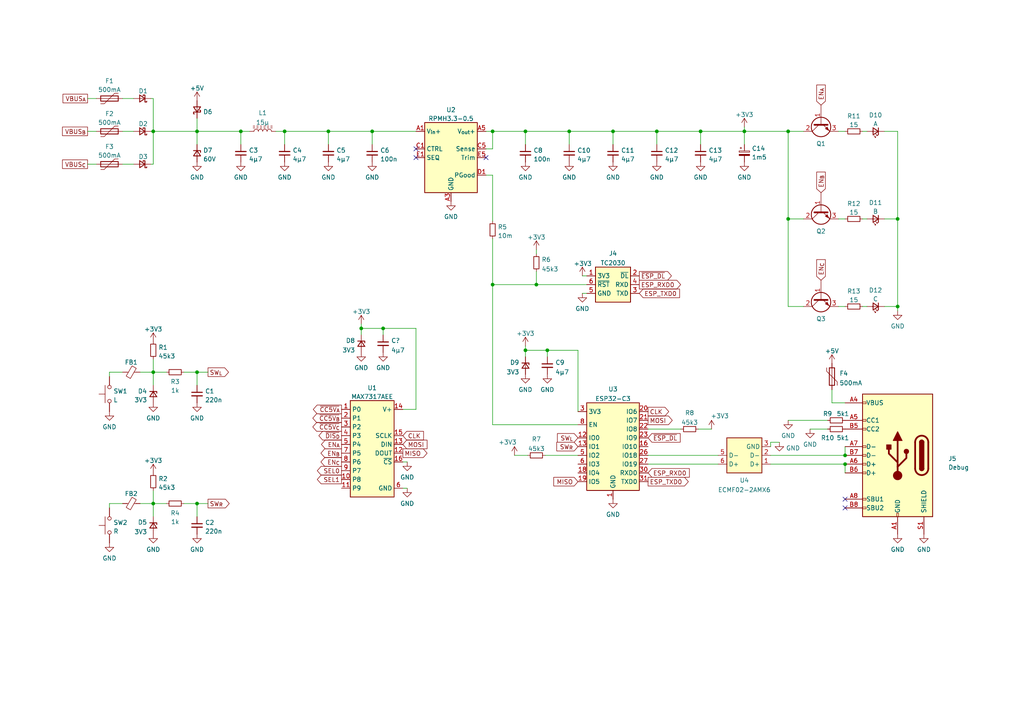
<source format=kicad_sch>
(kicad_sch (version 20211123) (generator eeschema)
  (paper "A4")
  (lib_symbols
    (symbol "Connector:USB_C_Receptacle_USB2.0" (pin_names (offset 1.016))
      (property "Reference" "J8" (at -10.922 0.9085 0))
      (property "Value" "USB-C" (at -10.922 -1.8666 0))
      (symbol "USB_C_Receptacle_USB2.0_0_0"
        (text "" (at -13.97 -20.32 0) (effects (font (size 1.27 1.27))))
      )
      (symbol "USB_C_Receptacle_USB2.0_1_1"
        (pin passive line (at 0 -22.86 90) (length 5.08) (name "GND") (number "A1"))
        (pin passive line (at 0 -22.86 90) (length 5.08) hide (name "GND") (number "A12"))
        (pin passive line (at 15.24 15.24 180) (length 5.08) (name "VBUS") (number "A4"))
        (pin bidirectional line (at 15.24 10.16 180) (length 5.08) (name "CC1") (number "A5"))
        (pin bidirectional line (at 15.24 -2.54 180) (length 5.08) (name "D+") (number "A6"))
        (pin bidirectional line (at 15.24 2.54 180) (length 5.08) (name "D-") (number "A7"))
        (pin bidirectional line (at 15.24 -12.7 180) (length 5.08) (name "SBU1") (number "A8"))
        (pin passive line (at 15.24 15.24 180) (length 5.08) hide (name "VBUS") (number "A9"))
        (pin passive line (at 0 -22.86 90) (length 5.08) hide (name "GND") (number "B1"))
        (pin passive line (at 0 -22.86 90) (length 5.08) hide (name "GND") (number "B12"))
        (pin passive line (at 15.24 15.24 180) (length 5.08) hide (name "VBUS") (number "B4"))
        (pin bidirectional line (at 15.24 7.62 180) (length 5.08) (name "CC2") (number "B5"))
        (pin bidirectional line (at 15.24 -5.08 180) (length 5.08) (name "D+") (number "B6"))
        (pin bidirectional line (at 15.24 0 180) (length 5.08) (name "D-") (number "B7"))
        (pin bidirectional line (at 15.24 -15.24 180) (length 5.08) (name "SBU2") (number "B8"))
        (pin passive line (at 15.24 15.24 180) (length 5.08) hide (name "VBUS") (number "B9"))
        (pin passive line (at -7.62 -22.86 90) (length 5.08) (name "SHIELD") (number "S1"))
        (pin passive line (at -7.62 -22.86 90) (length 5.08) hide (name "SHIELD") (number "S2"))
        (pin passive line (at -7.62 -22.86 90) (length 5.08) hide (name "SHIELD") (number "S3"))
        (pin passive line (at -7.62 -22.86 90) (length 5.08) hide (name "SHIELD") (number "S4"))
      )
    )
    (symbol "Device:C_Polarized_Small" (pin_numbers hide) (pin_names (offset 0.254) hide)
      (property "Reference" "C" (at 0.254 1.778 0))
      (property "Value" "C_Polarized_Small" (at 0.254 -2.032 0))
      (symbol "C_Polarized_Small_1_1"
        (pin passive line (at 0 2.54 270) (length 1.8542) (name "~") (number "1"))
        (pin passive line (at 0 -2.54 90) (length 1.8542) (name "~") (number "2"))
      )
    )
    (symbol "Device:C_Small" (pin_numbers hide) (pin_names (offset 0.254) hide)
      (property "Reference" "C" (at 0.254 1.778 0))
      (property "Value" "C_Small" (at 0.254 -2.032 0))
      (symbol "C_Small_1_1"
        (pin passive line (at 0 2.54 270) (length 2.032) (name "~") (number "1"))
        (pin passive line (at 0 -2.54 90) (length 2.032) (name "~") (number "2"))
      )
    )
    (symbol "Device:D_Schottky_Small" (pin_numbers hide) (pin_names (offset 0.254) hide)
      (property "Reference" "D" (at -1.27 2.032 0))
      (property "Value" "D_Schottky_Small" (at -7.112 -2.032 0))
      (symbol "D_Schottky_Small_1_1"
        (pin passive line (at -2.54 0 0) (length 1.778) (name "K") (number "1"))
        (pin passive line (at 2.54 0 180) (length 1.778) (name "A") (number "2"))
      )
    )
    (symbol "Device:D_Zener_Small" (pin_numbers hide) (pin_names (offset 0.254) hide)
      (property "Reference" "D" (at 0 2.286 0))
      (property "Value" "D_Zener_Small" (at 0 -2.286 0))
      (symbol "D_Zener_Small_1_1"
        (pin passive line (at -2.54 0 0) (length 1.778) (name "K") (number "1"))
        (pin passive line (at 2.54 0 180) (length 1.778) (name "A") (number "2"))
      )
    )
    (symbol "Device:FerriteBead_Small" (pin_numbers hide) (pin_names (offset 0))
      (property "Reference" "FB" (at 1.905 1.27 0))
      (property "Value" "FerriteBead_Small" (at 1.905 -1.27 0))
      (symbol "FerriteBead_Small_1_1"
        (pin passive line (at 0 2.54 270) (length 1.27) (name "~") (number "1"))
        (pin passive line (at 0 -2.54 90) (length 1.27) (name "~") (number "2"))
      )
    )
    (symbol "Device:LED_Small" (pin_numbers hide) (pin_names (offset 0.254) hide)
      (property "Reference" "D" (at -1.27 3.175 0))
      (property "Value" "LED_Small" (at -4.445 -2.54 0))
      (symbol "LED_Small_1_1"
        (pin passive line (at -2.54 0 0) (length 1.778) (name "K") (number "1"))
        (pin passive line (at 2.54 0 180) (length 1.778) (name "A") (number "2"))
      )
    )
    (symbol "Device:L_Ferrite" (pin_numbers hide) (pin_names (offset 1.016) hide)
      (property "Reference" "L" (at -1.27 0 90))
      (property "Value" "L_Ferrite" (at 2.794 0 90))
      (symbol "L_Ferrite_1_1"
        (pin passive line (at 0 3.81 270) (length 1.27) (name "1") (number "1"))
        (pin passive line (at 0 -3.81 90) (length 1.27) (name "2") (number "2"))
      )
    )
    (symbol "Device:Polyfuse" (pin_numbers hide) (pin_names (offset 0))
      (property "Reference" "F" (at -2.54 0 90))
      (property "Value" "Polyfuse" (at 2.54 0 90))
      (symbol "Polyfuse_1_1"
        (pin passive line (at 0 3.81 270) (length 1.27) (name "~") (number "1"))
        (pin passive line (at 0 -3.81 90) (length 1.27) (name "~") (number "2"))
      )
    )
    (symbol "Device:Q_NPN_BCE" (pin_names (offset 0) hide)
      (property "Reference" "Q" (at 5.08 1.27 0))
      (property "Value" "Q_NPN_BCE" (at 5.08 -1.27 0))
      (symbol "Q_NPN_BCE_1_1"
        (pin input line (at -5.08 0 0) (length 5.715) (name "B") (number "1"))
        (pin passive line (at 2.54 5.08 270) (length 2.54) (name "C") (number "2"))
        (pin passive line (at 2.54 -5.08 90) (length 2.54) (name "E") (number "3"))
      )
    )
    (symbol "Device:R_Small" (pin_numbers hide) (pin_names (offset 0.254) hide)
      (property "Reference" "R" (at 0.762 0.508 0))
      (property "Value" "R_Small" (at 0.762 -1.016 0))
      (symbol "R_Small_1_1"
        (pin passive line (at 0 2.54 270) (length 0.762) (name "~") (number "1"))
        (pin passive line (at 0 -2.54 90) (length 0.762) (name "~") (number "2"))
      )
    )
    (symbol "Switch:SW_Push" (pin_numbers hide) (pin_names (offset 1.016) hide)
      (property "Reference" "SW" (at 1.27 2.54 0))
      (property "Value" "SW_Push" (at 0 -1.524 0))
      (symbol "SW_Push_0_1"
        (pin passive line (at -5.08 0 0) (length 2.54) (name "1") (number "1"))
        (pin passive line (at 5.08 0 180) (length 2.54) (name "2") (number "2"))
      )
    )
    (symbol "phq_Connector:TC2030-ESP" (in_bom no)
      (property "Reference" "J" (at 0 6.35 0))
      (property "Value" "TC2030-ESP" (at 0 -6.35 0))
      (symbol "TC2030-ESP_1_1"
        (pin power_out line (at -7.62 2.54 0) (length 2.54) (name "3V3") (number "1"))
        (pin output line (at 7.62 2.54 180) (length 2.54) (name "~{DL}") (number "2"))
        (pin input line (at 7.62 -2.54 180) (length 2.54) (name "TXD") (number "3"))
        (pin output line (at 7.62 0 180) (length 2.54) (name "RXD") (number "4"))
        (pin power_out line (at -7.62 -2.54 0) (length 2.54) (name "GND") (number "5"))
        (pin output line (at -7.62 0 0) (length 2.54) (name "~{RST}") (number "6"))
      )
    )
    (symbol "phq_IC:ECMF02-2AMX6"
      (property "Reference" "U" (at 0 6.35 0))
      (property "Value" "ECMF02-2AMX6" (at 0 -6.35 0))
      (symbol "ECMF02-2AMX6_1_1"
        (pin passive line (at -7.62 2.54 0) (length 2.54) (name "D+") (number "1"))
        (pin passive line (at -7.62 0 0) (length 2.54) (name "D-") (number "2"))
        (pin passive line (at -7.62 -2.54 0) (length 2.54) (name "GND") (number "3"))
        (pin passive line (at -7.62 -2.54 0) (length 2.54) hide (name "NC") (number "4"))
        (pin passive line (at 7.62 0 180) (length 2.54) (name "D-") (number "5"))
        (pin passive line (at 7.62 2.54 180) (length 2.54) (name "D+") (number "6"))
      )
    )
    (symbol "phq_IC:MAX7317AEE"
      (property "Reference" "U" (at 0 15.24 0))
      (property "Value" "MAX7317AEE" (at 0 -15.24 0))
      (symbol "MAX7317AEE_1_1"
        (pin bidirectional line (at 8.89 11.43 180) (length 2.54) (name "P0") (number "1"))
        (pin bidirectional line (at 8.89 -8.89 180) (length 2.54) (name "P8") (number "10"))
        (pin bidirectional line (at 8.89 -11.43 180) (length 2.54) (name "P9") (number "11"))
        (pin output line (at -8.89 -1.27 0) (length 2.54) (name "DOUT") (number "12"))
        (pin input line (at -8.89 1.27 0) (length 2.54) (name "DIN") (number "13"))
        (pin power_in line (at -8.89 11.43 0) (length 2.54) (name "V+") (number "14"))
        (pin input line (at -8.89 3.81 0) (length 2.54) (name "SCLK") (number "15"))
        (pin input line (at -8.89 -3.81 0) (length 2.54) (name "~{CS}") (number "16"))
        (pin power_in line (at -8.89 -11.43 0) (length 2.54) hide (name "EP") (number "17"))
        (pin bidirectional line (at 8.89 8.89 180) (length 2.54) (name "P1") (number "2"))
        (pin bidirectional line (at 8.89 6.35 180) (length 2.54) (name "P2") (number "3"))
        (pin bidirectional line (at 8.89 3.81 180) (length 2.54) (name "P3") (number "4"))
        (pin bidirectional line (at 8.89 1.27 180) (length 2.54) (name "P4") (number "5"))
        (pin power_in line (at -8.89 -11.43 0) (length 2.54) (name "GND") (number "6"))
        (pin bidirectional line (at 8.89 -1.27 180) (length 2.54) (name "P5") (number "7"))
        (pin bidirectional line (at 8.89 -3.81 180) (length 2.54) (name "P6") (number "8"))
        (pin bidirectional line (at 8.89 -6.35 180) (length 2.54) (name "P7") (number "9"))
      )
    )
    (symbol "phq_Module:ESP32-C3-MINI-1U"
      (property "Reference" "U" (at 0 15.3965 0))
      (property "Value" "ESP32-C3-MINI-1U" (at 0 12.6214 0))
      (symbol "ESP32-C3-MINI-1U_0_0"
        (pin power_in line (at 0 -16.51 90) (length 2.54) hide (name "GND") (number "49_9"))
      )
      (symbol "ESP32-C3-MINI-1U_1_1"
        (pin power_in line (at 0 -16.51 90) (length 2.54) (name "GND") (number "1"))
        (pin no_connect line (at -0.635 0.635 270) (length 2.54) hide (name "NC") (number "10"))
        (pin power_in line (at 0 -16.51 90) (length 2.54) hide (name "GND") (number "11"))
        (pin bidirectional line (at -10.16 1.27 0) (length 2.54) (name "IO0") (number "12"))
        (pin bidirectional line (at -10.16 -1.27 0) (length 2.54) (name "IO1") (number "13"))
        (pin power_in line (at 0 -16.51 90) (length 2.54) hide (name "GND") (number "14"))
        (pin no_connect line (at -0.635 0.635 270) (length 2.54) hide (name "NC") (number "15"))
        (pin bidirectional line (at 10.16 -1.27 180) (length 2.54) (name "IO10") (number "16"))
        (pin no_connect line (at -0.635 0.635 270) (length 2.54) hide (name "NC") (number "17"))
        (pin bidirectional line (at -10.16 -8.89 0) (length 2.54) (name "IO4") (number "18"))
        (pin bidirectional line (at -10.16 -11.43 0) (length 2.54) (name "IO5") (number "19"))
        (pin power_in line (at 0 -16.51 90) (length 2.54) hide (name "GND") (number "2"))
        (pin bidirectional line (at 10.16 8.89 180) (length 2.54) (name "IO6") (number "20"))
        (pin bidirectional line (at 10.16 6.35 180) (length 2.54) (name "IO7") (number "21"))
        (pin bidirectional line (at 10.16 3.81 180) (length 2.54) (name "IO8") (number "22"))
        (pin bidirectional line (at 10.16 1.27 180) (length 2.54) (name "IO9") (number "23"))
        (pin no_connect line (at -0.635 0.635 270) (length 2.54) hide (name "NC") (number "24"))
        (pin no_connect line (at -0.635 0.635 270) (length 2.54) hide (name "NC") (number "25"))
        (pin bidirectional line (at 10.16 -3.81 180) (length 2.54) (name "IO18") (number "26"))
        (pin bidirectional line (at 10.16 -6.35 180) (length 2.54) (name "IO19") (number "27"))
        (pin no_connect line (at -0.635 0.635 270) (length 2.54) hide (name "NC") (number "28"))
        (pin no_connect line (at -0.635 0.635 270) (length 2.54) hide (name "NC") (number "29"))
        (pin power_in line (at -10.16 8.89 0) (length 2.54) (name "3V3") (number "3"))
        (pin bidirectional line (at 10.16 -8.89 180) (length 2.54) (name "RXD0") (number "30"))
        (pin bidirectional line (at 10.16 -11.43 180) (length 2.54) (name "TXD0") (number "31"))
        (pin no_connect line (at -0.635 0.635 270) (length 2.54) hide (name "NC") (number "32"))
        (pin no_connect line (at -0.635 0.635 270) (length 2.54) hide (name "NC") (number "33"))
        (pin no_connect line (at -0.635 0.635 270) (length 2.54) hide (name "NC") (number "34"))
        (pin no_connect line (at -0.635 0.635 270) (length 2.54) hide (name "NC") (number "35"))
        (pin power_in line (at 0 -16.51 90) (length 2.54) hide (name "GND") (number "36"))
        (pin power_in line (at 0 -16.51 90) (length 2.54) hide (name "GND") (number "37"))
        (pin power_in line (at 0 -16.51 90) (length 2.54) hide (name "GND") (number "38"))
        (pin power_in line (at 0 -16.51 90) (length 2.54) hide (name "GND") (number "39"))
        (pin no_connect line (at -0.635 0.635 270) (length 2.54) hide (name "NC") (number "4"))
        (pin power_in line (at 0 -16.51 90) (length 2.54) hide (name "GND") (number "40"))
        (pin power_in line (at 0 -16.51 90) (length 2.54) hide (name "GND") (number "41"))
        (pin power_in line (at 0 -16.51 90) (length 2.54) hide (name "GND") (number "42"))
        (pin power_in line (at 0 -16.51 90) (length 2.54) hide (name "GND") (number "43"))
        (pin power_in line (at 0 -16.51 90) (length 2.54) hide (name "GND") (number "44"))
        (pin power_in line (at 0 -16.51 90) (length 2.54) hide (name "GND") (number "45"))
        (pin power_in line (at 0 -16.51 90) (length 2.54) hide (name "GND") (number "46"))
        (pin power_in line (at 0 -16.51 90) (length 2.54) hide (name "GND") (number "47"))
        (pin power_in line (at 0 -16.51 90) (length 2.54) hide (name "GND") (number "48"))
        (pin power_in line (at 0 -16.51 90) (length 2.54) hide (name "GND") (number "49_1"))
        (pin power_in line (at 0 -16.51 90) (length 2.54) hide (name "GND") (number "49_2"))
        (pin power_in line (at 0 -16.51 90) (length 2.54) hide (name "GND") (number "49_3"))
        (pin power_in line (at 0 -16.51 90) (length 2.54) hide (name "GND") (number "49_4"))
        (pin power_in line (at 0 -16.51 90) (length 2.54) hide (name "GND") (number "49_5"))
        (pin power_in line (at 0 -16.51 90) (length 2.54) hide (name "GND") (number "49_6"))
        (pin power_in line (at 0 -16.51 90) (length 2.54) hide (name "GND") (number "49_7"))
        (pin power_in line (at 0 -16.51 90) (length 2.54) hide (name "GND") (number "49_8"))
        (pin bidirectional line (at -10.16 -3.81 0) (length 2.54) (name "IO2") (number "5"))
        (pin power_in line (at 0 -16.51 90) (length 2.54) hide (name "GND") (number "50"))
        (pin power_in line (at 0 -16.51 90) (length 2.54) hide (name "GND") (number "51"))
        (pin power_in line (at 0 -16.51 90) (length 2.54) hide (name "GND") (number "52"))
        (pin power_in line (at 0 -16.51 90) (length 2.54) hide (name "GND") (number "53"))
        (pin bidirectional line (at -10.16 -6.35 0) (length 2.54) (name "IO3") (number "6"))
        (pin no_connect line (at -0.635 0.635 270) (length 2.54) hide (name "NC") (number "7"))
        (pin input line (at -10.16 5.08 0) (length 2.54) (name "EN") (number "8"))
        (pin no_connect line (at -0.635 0.635 270) (length 2.54) hide (name "NC") (number "9"))
      )
    )
    (symbol "phq_Module:RPMH3.3-0.5"
      (property "Reference" "U" (at -6.35 11.43 0))
      (property "Value" "RPMH3.3-0.5" (at 3.81 11.43 0))
      (symbol "RPMH3.3-0.5_1_1"
        (pin power_in line (at -10.16 7.62 0) (length 2.54) (name "V_{in}+") (number "A1"))
        (pin passive line (at -10.16 7.62 0) (length 2.54) hide (name "V_{in}+") (number "A2"))
        (pin power_in line (at 0 -12.7 90) (length 2.54) (name "GND") (number "A3"))
        (pin passive line (at 0 -12.7 90) (length 2.54) hide (name "GND") (number "A4"))
        (pin power_out line (at 10.16 7.62 180) (length 2.54) (name "V_{out}+") (number "A5"))
        (pin passive line (at 0 -12.7 90) (length 2.54) hide (name "GND") (number "B1"))
        (pin passive line (at 0 -12.7 90) (length 2.54) hide (name "GND") (number "B2"))
        (pin passive line (at 0 -12.7 90) (length 2.54) hide (name "GND") (number "B3"))
        (pin passive line (at 0 -12.7 90) (length 2.54) hide (name "GND") (number "B4"))
        (pin passive line (at 10.16 7.62 180) (length 2.54) hide (name "V_{out}+") (number "B5"))
        (pin input line (at -10.16 2.54 0) (length 2.54) (name "CTRL") (number "C1"))
        (pin passive line (at 0 -12.7 90) (length 2.54) hide (name "GND") (number "C2"))
        (pin passive line (at 0 -12.7 90) (length 2.54) hide (name "GND") (number "C3"))
        (pin passive line (at 0 -12.7 90) (length 2.54) hide (name "GND") (number "C4"))
        (pin input line (at 10.16 2.54 180) (length 2.54) (name "Sense") (number "C5"))
        (pin output line (at 10.16 -5.08 180) (length 2.54) (name "PGood") (number "D1"))
        (pin passive line (at 0 -12.7 90) (length 2.54) hide (name "GND") (number "D2"))
        (pin passive line (at 0 -12.7 90) (length 2.54) hide (name "GND") (number "D3"))
        (pin passive line (at 0 -12.7 90) (length 2.54) hide (name "GND") (number "D4"))
        (pin passive line (at 0 -12.7 90) (length 2.54) hide (name "GND") (number "D5"))
        (pin passive line (at -10.16 0 0) (length 2.54) (name "SEQ") (number "E1"))
        (pin no_connect line (at -7.62 -5.08 0) (length 2.54) hide (name "NC") (number "E2"))
        (pin passive line (at 0 -12.7 90) (length 2.54) hide (name "GND") (number "E3"))
        (pin passive line (at 0 -12.7 90) (length 2.54) hide (name "GND") (number "E4"))
        (pin input line (at 10.16 0 180) (length 2.54) (name "Trim") (number "E5"))
      )
    )
    (symbol "power:+3V3" (power) (pin_names (offset 0))
      (property "Value" "+3V3" (at 0 3.556 0))
      (symbol "+3V3_1_1"
        (pin power_in line (at 0 0 90) (length 0) hide (name "+3V3") (number "1"))
      )
    )
    (symbol "power:+5V" (power) (pin_names (offset 0))
      (property "Value" "+5V" (at 0 3.556 0))
      (symbol "+5V_1_1"
        (pin power_in line (at 0 0 90) (length 0) hide (name "+5V") (number "1"))
      )
    )
    (symbol "power:GND" (power) (pin_names (offset 0))
      (property "Value" "GND" (at 0 -3.81 0))
      (symbol "GND_1_1"
        (pin power_in line (at 0 0 270) (length 0) hide (name "GND") (number "1"))
      )
    )
  )
  (junction (at 69.85 38.1))
  (junction (at 44.45 146.05))
  (junction (at 155.575 82.55))
  (junction (at 95.25 38.1))
  (junction (at 57.15 38.1))
  (junction (at 215.9 38.1))
  (junction (at 228.6 38.1))
  (junction (at 57.15 146.05))
  (junction (at 142.875 82.55))
  (junction (at 107.95 38.1))
  (junction (at 82.55 38.1))
  (junction (at 57.15 107.95))
  (junction (at 152.4 101.6))
  (junction (at 142.875 38.1))
  (junction (at 158.75 101.6))
  (junction (at 44.45 107.95))
  (junction (at 260.35 63.5))
  (junction (at 44.45 38.1))
  (junction (at 111.125 95.25))
  (junction (at 190.5 38.1))
  (junction (at 165.1 38.1))
  (junction (at 228.6 63.5))
  (junction (at 260.35 88.9))
  (junction (at 152.4 38.1))
  (junction (at 203.2 38.1))
  (junction (at 177.8 38.1))
  (junction (at 104.775 95.25))
  (junction (at 245.11 132.08))
  (junction (at 245.11 134.62))
  (no_connect (at 140.97 45.72))
  (no_connect (at 120.65 43.18))
  (no_connect (at 120.65 45.72))
  (no_connect (at 245.11 144.78))
  (no_connect (at 245.11 147.32))
  (wire (pts (xy 107.95 38.1) (xy 120.65 38.1)))
  (wire (pts (xy 104.775 95.25) (xy 111.125 95.25)))
  (wire (pts (xy 233.045 88.9) (xy 228.6 88.9)))
  (wire (pts (xy 57.15 107.95) (xy 60.325 107.95)))
  (wire (pts (xy 140.97 38.1) (xy 142.875 38.1)))
  (wire (pts (xy 44.45 146.05) (xy 44.45 149.86)))
  (wire (pts (xy 44.45 142.24) (xy 44.45 146.05)))
  (wire (pts (xy 104.775 93.98) (xy 104.775 95.25)))
  (wire (pts (xy 25.4 47.625) (xy 27.94 47.625)))
  (wire (pts (xy 215.9 36.83) (xy 215.9 38.1)))
  (wire (pts (xy 228.6 38.1) (xy 233.045 38.1)))
  (wire (pts (xy 228.6 63.5) (xy 228.6 38.1)))
  (wire (pts (xy 256.54 63.5) (xy 260.35 63.5)))
  (wire (pts (xy 142.875 43.18) (xy 142.875 38.1)))
  (wire (pts (xy 260.35 88.9) (xy 256.54 88.9)))
  (wire (pts (xy 25.4 38.1) (xy 27.94 38.1)))
  (wire (pts (xy 120.65 118.745) (xy 116.84 118.745)))
  (wire (pts (xy 48.26 146.05) (xy 44.45 146.05)))
  (wire (pts (xy 206.375 124.46) (xy 202.565 124.46)))
  (wire (pts (xy 57.15 146.05) (xy 53.34 146.05)))
  (wire (pts (xy 190.5 38.1) (xy 203.2 38.1)))
  (wire (pts (xy 152.4 38.1) (xy 165.1 38.1)))
  (wire (pts (xy 142.875 82.55) (xy 155.575 82.55)))
  (wire (pts (xy 35.56 38.1) (xy 38.735 38.1)))
  (wire (pts (xy 111.125 95.25) (xy 120.65 95.25)))
  (wire (pts (xy 44.45 47.625) (xy 43.815 47.625)))
  (wire (pts (xy 256.54 38.1) (xy 260.35 38.1)))
  (wire (pts (xy 233.045 63.5) (xy 228.6 63.5)))
  (wire (pts (xy 158.115 132.08) (xy 167.64 132.08)))
  (wire (pts (xy 240.03 124.46) (xy 234.95 124.46)))
  (wire (pts (xy 80.01 38.1) (xy 82.55 38.1)))
  (wire (pts (xy 190.5 38.1) (xy 190.5 41.91)))
  (wire (pts (xy 152.4 101.6) (xy 152.4 103.505)))
  (wire (pts (xy 149.225 132.08) (xy 153.035 132.08)))
  (wire (pts (xy 245.11 132.08) (xy 223.52 132.08)))
  (wire (pts (xy 250.19 63.5) (xy 251.46 63.5)))
  (wire (pts (xy 142.875 50.8) (xy 142.875 64.135)))
  (wire (pts (xy 203.2 38.1) (xy 215.9 38.1)))
  (wire (pts (xy 31.75 107.95) (xy 31.75 109.22)))
  (wire (pts (xy 44.45 104.14) (xy 44.45 107.95)))
  (wire (pts (xy 43.815 28.575) (xy 44.45 28.575)))
  (wire (pts (xy 35.56 146.05) (xy 31.75 146.05)))
  (wire (pts (xy 177.8 38.1) (xy 190.5 38.1)))
  (wire (pts (xy 243.205 38.1) (xy 245.11 38.1)))
  (wire (pts (xy 245.11 116.84) (xy 241.3 116.84)))
  (wire (pts (xy 170.18 80.01) (xy 168.91 80.01)))
  (wire (pts (xy 107.95 41.91) (xy 107.95 38.1)))
  (wire (pts (xy 155.575 82.55) (xy 170.18 82.55)))
  (wire (pts (xy 155.575 73.66) (xy 155.575 72.39)))
  (wire (pts (xy 69.85 41.91) (xy 69.85 38.1)))
  (wire (pts (xy 260.35 88.9) (xy 260.35 90.17)))
  (wire (pts (xy 142.875 82.55) (xy 142.875 123.19)))
  (wire (pts (xy 250.19 38.1) (xy 251.46 38.1)))
  (wire (pts (xy 57.15 38.1) (xy 69.85 38.1)))
  (wire (pts (xy 187.96 134.62) (xy 208.28 134.62)))
  (wire (pts (xy 187.96 124.46) (xy 197.485 124.46)))
  (wire (pts (xy 260.35 63.5) (xy 260.35 88.9)))
  (wire (pts (xy 158.75 101.6) (xy 158.75 103.505)))
  (wire (pts (xy 177.8 38.1) (xy 177.8 41.91)))
  (wire (pts (xy 35.56 28.575) (xy 38.735 28.575)))
  (wire (pts (xy 48.26 107.95) (xy 44.45 107.95)))
  (wire (pts (xy 82.55 38.1) (xy 95.25 38.1)))
  (wire (pts (xy 250.19 88.9) (xy 251.46 88.9)))
  (wire (pts (xy 228.6 88.9) (xy 228.6 63.5)))
  (wire (pts (xy 57.15 41.91) (xy 57.15 38.1)))
  (wire (pts (xy 243.205 63.5) (xy 245.11 63.5)))
  (wire (pts (xy 165.1 38.1) (xy 177.8 38.1)))
  (wire (pts (xy 57.15 107.95) (xy 57.15 111.76)))
  (wire (pts (xy 142.875 123.19) (xy 167.64 123.19)))
  (wire (pts (xy 104.775 95.25) (xy 104.775 97.155)))
  (wire (pts (xy 57.15 146.05) (xy 60.325 146.05)))
  (wire (pts (xy 165.1 38.1) (xy 165.1 41.91)))
  (wire (pts (xy 167.64 101.6) (xy 158.75 101.6)))
  (wire (pts (xy 95.25 38.1) (xy 107.95 38.1)))
  (wire (pts (xy 82.55 41.91) (xy 82.55 38.1)))
  (wire (pts (xy 142.875 69.215) (xy 142.875 82.55)))
  (wire (pts (xy 44.45 38.1) (xy 44.45 47.625)))
  (wire (pts (xy 170.18 85.09) (xy 168.91 85.09)))
  (wire (pts (xy 57.15 34.29) (xy 57.15 38.1)))
  (wire (pts (xy 167.64 119.38) (xy 167.64 101.6)))
  (wire (pts (xy 40.64 107.95) (xy 44.45 107.95)))
  (wire (pts (xy 35.56 47.625) (xy 38.735 47.625)))
  (wire (pts (xy 203.2 41.91) (xy 203.2 38.1)))
  (wire (pts (xy 245.11 134.62) (xy 223.52 134.62)))
  (wire (pts (xy 69.85 38.1) (xy 72.39 38.1)))
  (wire (pts (xy 44.45 28.575) (xy 44.45 38.1)))
  (wire (pts (xy 152.4 38.1) (xy 152.4 41.91)))
  (wire (pts (xy 245.11 129.54) (xy 245.11 132.08)))
  (wire (pts (xy 240.03 121.92) (xy 228.6 121.92)))
  (wire (pts (xy 44.45 107.95) (xy 44.45 111.76)))
  (wire (pts (xy 40.64 146.05) (xy 44.45 146.05)))
  (wire (pts (xy 155.575 78.74) (xy 155.575 82.55)))
  (wire (pts (xy 95.25 41.91) (xy 95.25 38.1)))
  (wire (pts (xy 152.4 100.33) (xy 152.4 101.6)))
  (wire (pts (xy 215.9 38.1) (xy 228.6 38.1)))
  (wire (pts (xy 57.15 146.05) (xy 57.15 149.86)))
  (wire (pts (xy 243.205 88.9) (xy 245.11 88.9)))
  (wire (pts (xy 187.96 132.08) (xy 208.28 132.08)))
  (wire (pts (xy 215.9 38.1) (xy 215.9 41.91)))
  (wire (pts (xy 142.875 38.1) (xy 152.4 38.1)))
  (wire (pts (xy 57.15 107.95) (xy 53.34 107.95)))
  (wire (pts (xy 111.125 95.25) (xy 111.125 97.155)))
  (wire (pts (xy 44.45 38.1) (xy 57.15 38.1)))
  (wire (pts (xy 140.97 50.8) (xy 142.875 50.8)))
  (wire (pts (xy 245.11 134.62) (xy 245.11 137.16)))
  (wire (pts (xy 31.75 146.05) (xy 31.75 147.32)))
  (wire (pts (xy 223.52 129.54) (xy 223.52 128.27)))
  (wire (pts (xy 25.4 28.575) (xy 27.94 28.575)))
  (wire (pts (xy 140.97 43.18) (xy 142.875 43.18)))
  (wire (pts (xy 223.52 128.27) (xy 226.06 128.27)))
  (wire (pts (xy 120.65 95.25) (xy 120.65 118.745)))
  (wire (pts (xy 260.35 38.1) (xy 260.35 63.5)))
  (wire (pts (xy 152.4 101.6) (xy 158.75 101.6)))
  (wire (pts (xy 43.815 38.1) (xy 44.45 38.1)))
  (wire (pts (xy 241.3 116.84) (xy 241.3 113.03)))
  (wire (pts (xy 35.56 107.95) (xy 31.75 107.95)))
  (wire (pts (xy 116.84 141.605) (xy 118.11 141.605)))
  (wire (pts (xy 116.84 133.985) (xy 118.11 133.985)))
  (global_label "SEL0" (shape output) (at 99.06 136.525 180) (property "Intersheet References" "${INTERSHEET_REFS}" (effects hide)))
  (global_label "VBUS_{C}" (shape passive) (at 25.4 47.625 180) (property "Intersheet References" "${INTERSHEET_REFS}" (effects hide)))
  (global_label "ESP_TXD0" (shape input) (at 185.42 85.09 0) (property "Intersheet References" "${INTERSHEET_REFS}" (effects hide)))
  (global_label "~{CC5V_{C}}" (shape output) (at 99.06 123.825 180) (property "Intersheet References" "${INTERSHEET_REFS}" (effects hide)))
  (global_label "EN_{C}" (shape output) (at 99.06 133.985 180) (property "Intersheet References" "${INTERSHEET_REFS}" (effects hide)))
  (global_label "VBUS_{A}" (shape passive) (at 25.4 28.575 180) (property "Intersheet References" "${INTERSHEET_REFS}" (effects hide)))
  (global_label "SW_{L}" (shape input) (at 167.64 127 180) (property "Intersheet References" "${INTERSHEET_REFS}" (effects hide)))
  (global_label "CLK" (shape input) (at 116.84 126.365 0) (property "Intersheet References" "${INTERSHEET_REFS}" (effects hide)))
  (global_label "SW_{R}" (shape output) (at 60.325 146.05 0) (property "Intersheet References" "${INTERSHEET_REFS}" (effects hide)))
  (global_label "ESP_TXD0" (shape output) (at 187.96 139.7 0) (property "Intersheet References" "${INTERSHEET_REFS}" (effects hide)))
  (global_label "ESP_RXD0" (shape output) (at 185.42 82.55 0) (property "Intersheet References" "${INTERSHEET_REFS}" (effects hide)))
  (global_label "MOSI" (shape input) (at 116.84 128.905 0) (property "Intersheet References" "${INTERSHEET_REFS}" (effects hide)))
  (global_label "~{CC5V_{A}}" (shape output) (at 99.06 118.745 180) (property "Intersheet References" "${INTERSHEET_REFS}" (effects hide)))
  (global_label "VBUS_{B}" (shape passive) (at 25.4 38.1 180) (property "Intersheet References" "${INTERSHEET_REFS}" (effects hide)))
  (global_label "EN_{C}" (shape input) (at 238.125 81.28 90) (property "Intersheet References" "${INTERSHEET_REFS}" (effects hide)))
  (global_label "~{CC5V_{B}}" (shape output) (at 99.06 121.285 180) (property "Intersheet References" "${INTERSHEET_REFS}" (effects hide)))
  (global_label "MISO" (shape output) (at 116.84 131.445 0) (property "Intersheet References" "${INTERSHEET_REFS}" (effects hide)))
  (global_label "EN_{A}" (shape input) (at 238.125 30.48 90) (property "Intersheet References" "${INTERSHEET_REFS}" (effects hide)))
  (global_label "EN_{B}" (shape input) (at 238.125 55.88 90) (property "Intersheet References" "${INTERSHEET_REFS}" (effects hide)))
  (global_label "MOSI" (shape output) (at 187.96 121.92 0) (property "Intersheet References" "${INTERSHEET_REFS}" (effects hide)))
  (global_label "CLK" (shape output) (at 187.96 119.38 0) (property "Intersheet References" "${INTERSHEET_REFS}" (effects hide)))
  (global_label "EN_{B}" (shape output) (at 99.06 131.445 180) (property "Intersheet References" "${INTERSHEET_REFS}" (effects hide)))
  (global_label "EN_{A}" (shape output) (at 99.06 128.905 180) (property "Intersheet References" "${INTERSHEET_REFS}" (effects hide)))
  (global_label "~{ESP_DL}" (shape input) (at 187.96 127 0) (property "Intersheet References" "${INTERSHEET_REFS}" (effects hide)))
  (global_label "~{ESP_DL}" (shape output) (at 185.42 80.01 0) (property "Intersheet References" "${INTERSHEET_REFS}" (effects hide)))
  (global_label "ESP_RXD0" (shape input) (at 187.96 137.16 0) (property "Intersheet References" "${INTERSHEET_REFS}" (effects hide)))
  (global_label "MISO" (shape input) (at 167.64 139.7 180) (property "Intersheet References" "${INTERSHEET_REFS}" (effects hide)))
  (global_label "SEL1" (shape output) (at 99.06 139.065 180) (property "Intersheet References" "${INTERSHEET_REFS}" (effects hide)))
  (global_label "~{DIS_{D}}" (shape output) (at 99.06 126.365 180) (property "Intersheet References" "${INTERSHEET_REFS}" (effects hide)))
  (global_label "SW_{R}" (shape input) (at 167.64 129.54 180) (property "Intersheet References" "${INTERSHEET_REFS}" (effects hide)))
  (global_label "SW_{L}" (shape output) (at 60.325 107.95 0) (property "Intersheet References" "${INTERSHEET_REFS}" (effects hide)))
  (symbol (lib_id "power:GND") (at 107.95 46.99 0) (unit 1)
    (property "Reference" "#PWR024" (effects hide))
    (property "Value" "GND" (at 107.95 51.4334 0))
  )
  (symbol (lib_id "power:+3V3") (at 104.775 93.98 0) (unit 1)
    (property "Reference" "#PWR022" (effects hide))
    (property "Value" "+3V3" (at 104.775 90.3755 0))
  )
  (symbol (lib_id "Device:FerriteBead_Small") (at 38.1 146.05 90) (unit 1)
    (property "Reference" "FB2" (at 38.0619 143.1854 90))
    (property "Value" "FerriteBead_Small" (effects hide))
  )
  (symbol (lib_id "phq_Connector:TC2030-ESP") (at 177.8 82.55 0) (unit 1) (in_bom no)
    (property "Reference" "J4" (at 177.8 73.5035 0))
    (property "Value" "TC2030" (at 177.8 76.2786 0))
    (property "Footprint" "phq_Connector:TC2030" (effects hide))
  )
  (symbol (lib_id "Device:C_Polarized_Small") (at 215.9 44.45 0) (unit 1)
    (property "Reference" "C14" (at 218.059 43.0692 0) (effects (justify left)))
    (property "Value" "1m5" (at 218.059 45.6061 0) (effects (justify left)))
  )
  (symbol (lib_id "power:GND") (at 203.2 46.99 0) (unit 1)
    (property "Reference" "#PWR041" (effects hide))
    (property "Value" "GND" (at 203.2 51.4334 0))
  )
  (symbol (lib_id "Device:D_Schottky_Small") (at 41.275 47.625 180) (unit 1)
    (property "Reference" "D3" (at 41.529 45.4462 0))
    (property "Value" "D_Schottky_Small" (effects hide))
  )
  (symbol (lib_id "Device:R_Small") (at 247.65 38.1 90) (unit 1)
    (property "Reference" "R11" (at 247.65 33.6636 90))
    (property "Value" "15" (at 247.65 36.2005 90))
  )
  (symbol (lib_id "Device:D_Schottky_Small") (at 57.15 31.75 90) (unit 1)
    (property "Reference" "D6" (at 58.928 32.4378 90) (effects (justify right)))
    (property "Value" "D_Schottky_Small" (effects hide))
  )
  (symbol (lib_id "Device:D_Schottky_Small") (at 41.275 28.575 180) (unit 1)
    (property "Reference" "D1" (at 41.529 26.3962 0))
    (property "Value" "D_Schottky_Small" (effects hide))
  )
  (symbol (lib_id "phq_IC:MAX7317AEE") (at 107.95 130.175 0) (mirror y) (unit 1)
    (property "Reference" "U1" (at 107.95 112.5052 0))
    (property "Value" "MAX7317AEE" (at 107.95 115.0421 0))
    (property "Footprint" "Package_DFN_QFN:TQFN-16-1EP_3x3mm_P0.5mm_EP1.6x1.6mm" (effects hide))
    (property "Datasheet" "https://datasheets.maximintegrated.com/en/ds/MAX7317.pdf" (effects hide))
  )
  (symbol (lib_id "Device:R_Small") (at 242.57 124.46 270) (mirror x) (unit 1)
    (property "Reference" "R10" (at 240.03 127 90))
    (property "Value" "5k1" (at 244.475 127 90))
    (property "Footprint" "Resistor_SMD:R_0402_1005Metric" (effects hide))
  )
  (symbol (lib_id "Device:Q_NPN_BCE") (at 238.125 60.96 90) (mirror x) (unit 1)
    (property "Reference" "Q2" (at 238.125 67.0798 90))
    (property "Value" "Q_NPN_BCE" (effects hide))
  )
  (symbol (lib_id "power:GND") (at 57.15 154.94 0) (unit 1)
    (property "Reference" "#PWR018" (effects hide))
    (property "Value" "GND" (at 57.15 159.3834 0))
  )
  (symbol (lib_id "power:GND") (at 177.8 144.78 0) (unit 1)
    (property "Reference" "#PWR039" (effects hide))
    (property "Value" "GND" (at 177.8 149.2234 0))
  )
  (symbol (lib_id "power:GND") (at 190.5 46.99 0) (unit 1)
    (property "Reference" "#PWR040" (effects hide))
    (property "Value" "GND" (at 190.5 51.4334 0))
  )
  (symbol (lib_id "power:GND") (at 31.75 119.38 0) (unit 1)
    (property "Reference" "#PWR09" (effects hide))
    (property "Value" "GND" (at 31.75 123.8234 0))
  )
  (symbol (lib_id "power:GND") (at 44.45 154.94 0) (unit 1)
    (property "Reference" "#PWR014" (effects hide))
    (property "Value" "GND" (at 44.45 159.3834 0))
  )
  (symbol (lib_id "Device:R_Small") (at 247.65 88.9 90) (unit 1)
    (property "Reference" "R13" (at 247.65 84.4636 90))
    (property "Value" "15" (at 247.65 87.0005 90))
  )
  (symbol (lib_id "Device:C_Small") (at 107.95 44.45 0) (unit 1)
    (property "Reference" "C6" (at 110.2741 43.6216 0) (effects (justify left)))
    (property "Value" "100n" (at 110.2741 46.1585 0) (effects (justify left)))
    (property "Footprint" "Capacitor_SMD:C_0603_1608Metric" (effects hide))
    (property "Manufacturer" "Taiyo Yuden" (effects hide))
    (property "Part Number" " HMK107B7104KA" (effects hide))
  )
  (symbol (lib_id "power:GND") (at 152.4 46.99 0) (unit 1)
    (property "Reference" "#PWR030" (effects hide))
    (property "Value" "GND" (at 152.4 51.4334 0))
  )
  (symbol (lib_id "Device:R_Small") (at 242.57 121.92 270) (mirror x) (unit 1)
    (property "Reference" "R9" (at 240.03 120.015 90))
    (property "Value" "5k1" (at 244.475 120.015 90))
    (property "Footprint" "Resistor_SMD:R_0402_1005Metric" (effects hide))
  )
  (symbol (lib_id "power:GND") (at 215.9 46.99 0) (unit 1)
    (property "Reference" "#PWR044" (effects hide))
    (property "Value" "GND" (at 215.9 51.4334 0))
  )
  (symbol (lib_id "Device:FerriteBead_Small") (at 38.1 107.95 90) (unit 1)
    (property "Reference" "FB1" (at 38.0619 105.0854 90))
    (property "Value" "FerriteBead_Small" (effects hide))
  )
  (symbol (lib_id "Device:C_Small") (at 203.2 44.45 0) (unit 1)
    (property "Reference" "C13" (at 205.5241 43.6216 0) (effects (justify left)))
    (property "Value" "4µ7" (at 205.5241 46.1585 0) (effects (justify left)))
    (property "Footprint" "Capacitor_SMD:C_0805_2012Metric" (effects hide))
    (property "Manufacturer" "Murata" (effects hide))
    (property "Part Number" "GRM21BR71A475KE51L" (effects hide))
  )
  (symbol (lib_id "Device:R_Small") (at 44.45 139.7 180) (unit 1)
    (property "Reference" "R2" (at 45.9486 138.8653 0) (effects (justify right)))
    (property "Value" "45k3" (at 45.9486 141.4022 0) (effects (justify right)))
  )
  (symbol (lib_id "power:+3V3") (at 215.9 36.83 0) (unit 1)
    (property "Reference" "#PWR043" (effects hide))
    (property "Value" "+3V3" (at 215.9 33.2542 0))
  )
  (symbol (lib_id "power:+3V3") (at 206.375 124.46 0) (unit 1)
    (property "Reference" "#PWR042" (effects hide))
    (property "Value" "+3V3" (at 206.121 120.65 0) (effects (justify left)))
  )
  (symbol (lib_id "Device:C_Small") (at 111.125 99.695 0) (unit 1)
    (property "Reference" "C?" (at 113.4491 98.7928 0) (effects (justify left)))
    (property "Value" "4µ7" (at 113.4491 101.5679 0) (effects (justify left)))
    (property "Footprint" "Capacitor_SMD:C_0805_2012Metric" (effects hide))
    (property "Manufacturer" "Murata" (effects hide))
    (property "Part Number" "GRM21BR71A475KE51L" (effects hide))
  )
  (symbol (lib_id "Device:Q_NPN_BCE") (at 238.125 35.56 90) (mirror x) (unit 1)
    (property "Reference" "Q1" (at 238.125 41.6798 90))
    (property "Value" "Q_NPN_BCE" (effects hide))
  )
  (symbol (lib_id "power:GND") (at 82.55 46.99 0) (unit 1)
    (property "Reference" "#PWR020" (effects hide))
    (property "Value" "GND" (at 82.55 51.4334 0))
  )
  (symbol (lib_id "power:GND") (at 69.85 46.99 0) (unit 1)
    (property "Reference" "#PWR019" (effects hide))
    (property "Value" "GND" (at 69.85 51.4334 0))
  )
  (symbol (lib_id "Device:Polyfuse") (at 31.75 47.625 270) (unit 1)
    (property "Reference" "F3" (at 31.75 42.5282 90))
    (property "Value" "500 mA" (at 31.75 45.0651 90))
    (property "Footprint" "Fuse:Fuse_0603_1608Metric" (effects hide))
    (property "Manufacturer" "Bourns" (effects hide))
    (property "Part Number" " MF-FSML050/8-2" (effects hide))
  )
  (symbol (lib_id "power:GND") (at 31.75 157.48 0) (unit 1)
    (property "Reference" "#PWR010" (effects hide))
    (property "Value" "GND" (at 31.75 161.9234 0))
  )
  (symbol (lib_id "Device:LED_Small") (at 254 88.9 180) (unit 1)
    (property "Reference" "D12" (at 253.9365 84.1842 0))
    (property "Value" "C" (at 253.9365 86.7211 0))
  )
  (symbol (lib_id "power:GND") (at 158.75 108.585 0) (unit 1)
    (property "Reference" "#PWR034" (effects hide))
    (property "Value" "GND" (at 158.75 113.0284 0))
  )
  (symbol (lib_id "Device:LED_Small") (at 254 38.1 180) (unit 1)
    (property "Reference" "D10" (at 253.9365 33.3842 0))
    (property "Value" "A" (at 253.9365 35.9211 0))
  )
  (symbol (lib_id "power:+3V3") (at 152.4 100.33 0) (unit 1)
    (property "Reference" "#PWR031" (effects hide))
    (property "Value" "+3V3" (at 152.4 96.7255 0))
  )
  (symbol (lib_id "Device:C_Small") (at 57.15 114.3 0) (unit 1)
    (property "Reference" "C1" (at 59.4741 113.4716 0) (effects (justify left)))
    (property "Value" "220n" (at 59.4741 116.0085 0) (effects (justify left)))
  )
  (symbol (lib_id "Device:C_Small") (at 190.5 44.45 0) (unit 1)
    (property "Reference" "C12" (at 192.8241 43.6216 0) (effects (justify left)))
    (property "Value" "4µ7" (at 192.8241 46.1585 0) (effects (justify left)))
    (property "Footprint" "Capacitor_SMD:C_0805_2012Metric" (effects hide))
    (property "Manufacturer" "Murata" (effects hide))
    (property "Part Number" "GRM21BR71A475KE51L" (effects hide))
  )
  (symbol (lib_id "power:GND") (at 260.35 154.94 0) (unit 1)
    (property "Reference" "#PWR050" (effects hide))
    (property "Value" "GND" (at 260.35 159.3834 0))
  )
  (symbol (lib_id "Device:C_Small") (at 165.1 44.45 0) (unit 1)
    (property "Reference" "C10" (at 167.4241 43.6216 0) (effects (justify left)))
    (property "Value" "4µ7" (at 167.4241 46.1585 0) (effects (justify left)))
    (property "Footprint" "Capacitor_SMD:C_0805_2012Metric" (effects hide))
    (property "Manufacturer" "Murata" (effects hide))
    (property "Part Number" "GRM21BR71A475KE51L" (effects hide))
  )
  (symbol (lib_id "Device:D_Zener_Small") (at 44.45 114.3 270) (unit 1)
    (property "Reference" "D4" (at 42.672 113.4653 90) (effects (justify right)))
    (property "Value" "3V3" (at 42.672 116.0022 90) (effects (justify right)))
    (property "Footprint" "Diode_SMD:D_0402_1005Metric" (effects hide))
    (property "Manufacturer" "Toshiba" (effects hide))
    (property "Part Number" "DF2S5M4CT" (effects hide))
  )
  (symbol (lib_id "power:+3V3") (at 149.225 132.08 0) (unit 1)
    (property "Reference" "#PWR029" (effects hide))
    (property "Value" "+3V3" (at 149.86 128.27 0) (effects (justify right)))
  )
  (symbol (lib_id "power:GND") (at 177.8 46.99 0) (unit 1)
    (property "Reference" "#PWR038" (effects hide))
    (property "Value" "GND" (at 177.8 51.4334 0))
  )
  (symbol (lib_id "Device:D_Schottky_Small") (at 41.275 38.1 180) (unit 1)
    (property "Reference" "D2" (at 41.529 35.9212 0))
    (property "Value" "D_Schottky_Small" (effects hide))
  )
  (symbol (lib_id "Switch:SW_Push") (at 31.75 114.3 90) (unit 1)
    (property "Reference" "SW1" (at 32.893 113.4653 90) (effects (justify right)))
    (property "Value" "L" (at 32.893 116.0022 90) (effects (justify right)))
  )
  (symbol (lib_id "Device:R_Small") (at 44.45 101.6 180) (unit 1)
    (property "Reference" "R1" (at 45.9486 100.7653 0) (effects (justify right)))
    (property "Value" "45k3" (at 45.9486 103.3022 0) (effects (justify right)))
  )
  (symbol (lib_id "Device:D_Zener_Small") (at 57.15 44.45 270) (unit 1)
    (property "Reference" "D7" (at 58.928 43.6153 90) (effects (justify left)))
    (property "Value" "60 V" (at 58.928 46.1522 90) (effects (justify left)))
  )
  (symbol (lib_id "power:GND") (at 267.97 154.94 0) (unit 1)
    (property "Reference" "#PWR051" (effects hide))
    (property "Value" "GND" (at 267.97 159.3834 0))
  )
  (symbol (lib_id "phq_Module:ESP32-C3-MINI-1U") (at 177.8 128.27 0) (unit 1)
    (property "Reference" "U3" (at 177.8 112.8735 0))
    (property "Value" "ESP32-C3" (at 177.8 115.6486 0))
    (property "Footprint" "phq_Module:ESP32-C3-MINI-1U" (effects hide))
    (property "Datasheet" "https://www.espressif.com/sites/default/files/documentation/esp32-c3-mini-1_datasheet_en.pdf" (effects hide))
  )
  (symbol (lib_id "power:+3V3") (at 44.45 137.16 0) (unit 1)
    (property "Reference" "#PWR013" (effects hide))
    (property "Value" "+3V3" (at 44.45 133.5842 0))
  )
  (symbol (lib_id "power:GND") (at 165.1 46.99 0) (unit 1)
    (property "Reference" "#PWR035" (effects hide))
    (property "Value" "GND" (at 165.1 51.4334 0))
  )
  (symbol (lib_id "power:+3V3") (at 155.575 72.39 0) (unit 1)
    (property "Reference" "#PWR033" (effects hide))
    (property "Value" "+3V3" (at 155.575 68.8142 0))
  )
  (symbol (lib_id "Device:C_Small") (at 95.25 44.45 180) (unit 1)
    (property "Reference" "C5" (at 97.5741 43.6089 0) (effects (justify right)))
    (property "Value" "4µ7" (at 97.5741 46.1458 0) (effects (justify right)))
    (property "Footprint" "Capacitor_SMD:C_1206_3216Metric" (effects hide))
    (property "Manufacturer" "Murata" (effects hide))
    (property "Part Number" " GRJ31CZ72A475KE01L" (effects hide))
  )
  (symbol (lib_id "power:GND") (at 168.91 85.09 0) (unit 1)
    (property "Reference" "#PWR037" (effects hide))
    (property "Value" "GND" (at 168.91 89.5334 0))
  )
  (symbol (lib_id "power:GND") (at 111.125 102.235 0) (unit 1)
    (property "Reference" "#PWR025" (effects hide))
    (property "Value" "GND" (at 111.125 106.6784 0))
  )
  (symbol (lib_id "Device:Q_NPN_BCE") (at 238.125 86.36 90) (mirror x) (unit 1)
    (property "Reference" "Q3" (at 238.125 92.4798 90))
    (property "Value" "Q_NPN_BCE" (effects hide))
  )
  (symbol (lib_id "power:+3V3") (at 168.91 80.01 0) (unit 1)
    (property "Reference" "#PWR036" (effects hide))
    (property "Value" "+3V3" (at 169.037 76.454 0))
  )
  (symbol (lib_id "power:GND") (at 130.81 58.42 0) (unit 1)
    (property "Reference" "#PWR028" (effects hide))
    (property "Value" "GND" (at 130.81 62.8634 0))
  )
  (symbol (lib_id "Device:C_Small") (at 69.85 44.45 180) (unit 1)
    (property "Reference" "C3" (at 72.1741 43.6089 0) (effects (justify right)))
    (property "Value" "4µ7" (at 72.1741 46.1458 0) (effects (justify right)))
    (property "Footprint" "Capacitor_SMD:C_1206_3216Metric" (effects hide))
    (property "Manufacturer" "Murata" (effects hide))
    (property "Part Number" " GRJ31CZ72A475KE01L" (effects hide))
  )
  (symbol (lib_id "Device:L_Ferrite") (at 76.2 38.1 90) (unit 1)
    (property "Reference" "L1" (at 76.2 32.7365 90))
    (property "Value" "15µ" (at 76.2 35.5116 90))
    (property "Footprint" "phq_SMD:WE-LQS_4018" (effects hide))
    (property "Manufacturer" "Würth" (effects hide))
    (property "Part Number" "74438356150" (effects hide))
  )
  (symbol (lib_id "Device:C_Small") (at 152.4 44.45 0) (unit 1)
    (property "Reference" "C8" (at 154.7241 43.6216 0) (effects (justify left)))
    (property "Value" "100n" (at 154.7241 46.1585 0) (effects (justify left)))
    (property "Footprint" "Capacitor_SMD:C_0402_1005Metric" (effects hide))
    (property "Manufacturer" "Murata" (effects hide))
    (property "Part Number" "GRM155R71E104KE14J" (effects hide))
  )
  (symbol (lib_id "Device:R_Small") (at 50.8 146.05 90) (unit 1)
    (property "Reference" "R4" (at 50.8 148.817 90))
    (property "Value" "1k" (at 50.8 151.3539 90))
  )
  (symbol (lib_id "power:GND") (at 118.11 133.985 0) (unit 1)
    (property "Reference" "#PWR026" (effects hide))
    (property "Value" "GND" (at 118.11 138.4284 0))
  )
  (symbol (lib_id "phq_IC:ECMF02-2AMX6") (at 215.9 132.08 180) (unit 1)
    (property "Reference" "U4" (at 215.9 139.3095 0))
    (property "Value" "ECMF02-2AMX6" (at 215.9 142.0846 0))
    (property "Footprint" "Package_DFN_QFN:ST_UQFN-6L_1.5x1.7mm_Pitch0.5mm" (effects hide))
    (property "Datasheet" "https://www.st.com/resource/en/datasheet/ecmf02-2amx6.pdf" (effects hide))
  )
  (symbol (lib_id "Device:LED_Small") (at 254 63.5 180) (unit 1)
    (property "Reference" "D11" (at 253.9365 58.7842 0))
    (property "Value" "B" (at 253.9365 61.3211 0))
  )
  (symbol (lib_id "Device:D_Zener_Small") (at 104.775 99.695 270) (unit 1)
    (property "Reference" "D8" (at 102.997 98.7865 90) (effects (justify right)))
    (property "Value" "3V3" (at 102.997 101.5616 90) (effects (justify right)))
    (property "Footprint" "Diode_SMD:D_0402_1005Metric" (effects hide))
    (property "Manufacturer" "Toshiba" (effects hide))
    (property "Part Number" "DF2S5M4CT" (effects hide))
  )
  (symbol (lib_id "Device:D_Zener_Small") (at 44.45 152.4 270) (unit 1)
    (property "Reference" "D5" (at 42.672 151.4915 90) (effects (justify right)))
    (property "Value" "3V3" (at 42.672 154.2666 90) (effects (justify right)))
    (property "Footprint" "Diode_SMD:D_0402_1005Metric" (effects hide))
    (property "Manufacturer" "Toshiba" (effects hide))
    (property "Part Number" "DF2S5M4CT" (effects hide))
  )
  (symbol (lib_id "power:+3V3") (at 44.45 99.06 0) (unit 1)
    (property "Reference" "#PWR011" (effects hide))
    (property "Value" "+3V3" (at 44.45 95.4842 0))
  )
  (symbol (lib_id "Device:C_Small") (at 177.8 44.45 0) (unit 1)
    (property "Reference" "C11" (at 180.1241 43.6216 0) (effects (justify left)))
    (property "Value" "4µ7" (at 180.1241 46.1585 0) (effects (justify left)))
    (property "Footprint" "Capacitor_SMD:C_0805_2012Metric" (effects hide))
    (property "Manufacturer" "Murata" (effects hide))
    (property "Part Number" "GRM21BR71A475KE51L" (effects hide))
  )
  (symbol (lib_id "power:GND") (at 104.775 102.235 0) (unit 1)
    (property "Reference" "#PWR023" (effects hide))
    (property "Value" "GND" (at 104.775 106.6784 0))
  )
  (symbol (lib_id "Switch:SW_Push") (at 31.75 152.4 90) (unit 1)
    (property "Reference" "SW2" (at 32.893 151.5653 90) (effects (justify right)))
    (property "Value" "R" (at 32.893 154.1022 90) (effects (justify right)))
  )
  (symbol (lib_id "power:+5V") (at 57.15 29.21 0) (mirror y) (unit 1)
    (property "Reference" "#PWR015" (effects hide))
    (property "Value" "+5V" (at 57.15 25.6055 0))
  )
  (symbol (lib_id "power:GND") (at 95.25 46.99 0) (unit 1)
    (property "Reference" "#PWR021" (effects hide))
    (property "Value" "GND" (at 95.25 51.4334 0))
  )
  (symbol (lib_id "Connector:USB_C_Receptacle_USB2.0") (at 260.35 132.08 0) (mirror y) (unit 1)
    (property "Reference" "J5" (at 275.0344 133.0225 0) (effects (justify right)))
    (property "Value" "Debug" (at 275.0344 135.5594 0) (effects (justify right)))
    (property "Footprint" "phq_Connector:USB4120" (effects hide))
    (property "Datasheet" "https://www.usb.org/sites/default/files/documents/usb_type-c.zip" (effects hide))
  )
  (symbol (lib_id "power:GND") (at 152.4 108.585 0) (unit 1)
    (property "Reference" "#PWR032" (effects hide))
    (property "Value" "GND" (at 152.4 113.0284 0))
  )
  (symbol (lib_id "power:GND") (at 260.35 90.17 0) (unit 1)
    (property "Reference" "#PWR049" (effects hide))
    (property "Value" "GND" (at 260.35 94.6134 0))
  )
  (symbol (lib_id "power:GND") (at 118.11 141.605 0) (mirror y) (unit 1)
    (property "Reference" "#PWR027" (effects hide))
    (property "Value" "GND" (at 118.11 146.0484 0))
  )
  (symbol (lib_id "Device:Polyfuse") (at 241.3 109.22 180) (unit 1)
    (property "Reference" "F4" (at 243.459 108.3115 0) (effects (justify right)))
    (property "Value" "500 mA" (at 243.459 111.0866 0) (effects (justify right)))
    (property "Footprint" "Fuse:Fuse_0603_1608Metric" (effects hide))
    (property "Manufacturer" "Bourns" (effects hide))
    (property "Part Number" " MF-FSML050/8-2" (effects hide))
  )
  (symbol (lib_id "Device:R_Small") (at 50.8 107.95 90) (unit 1)
    (property "Reference" "R3" (at 50.8 110.717 90))
    (property "Value" "1k" (at 50.8 113.2539 90))
  )
  (symbol (lib_id "Device:Polyfuse") (at 31.75 38.1 270) (unit 1)
    (property "Reference" "F2" (at 31.75 33.0032 90))
    (property "Value" "500 mA" (at 31.75 35.5401 90))
    (property "Footprint" "Fuse:Fuse_0603_1608Metric" (effects hide))
    (property "Manufacturer" "Bourns" (effects hide))
    (property "Part Number" " MF-FSML050/8-2" (effects hide))
  )
  (symbol (lib_id "Device:C_Small") (at 82.55 44.45 180) (unit 1)
    (property "Reference" "C4" (at 84.8741 43.6089 0) (effects (justify right)))
    (property "Value" "4µ7" (at 84.8741 46.1458 0) (effects (justify right)))
    (property "Footprint" "Capacitor_SMD:C_1206_3216Metric" (effects hide))
    (property "Manufacturer" "Murata" (effects hide))
    (property "Part Number" " GRJ31CZ72A475KE01L" (effects hide))
  )
  (symbol (lib_id "power:GND") (at 57.15 116.84 0) (unit 1)
    (property "Reference" "#PWR017" (effects hide))
    (property "Value" "GND" (at 57.15 121.2834 0))
  )
  (symbol (lib_id "power:GND") (at 234.95 124.46 0) (unit 1)
    (property "Reference" "#PWR047" (effects hide))
    (property "Value" "GND" (at 234.95 128.9034 0))
  )
  (symbol (lib_id "phq_Module:RPMH3.3-0.5") (at 130.81 45.72 0) (unit 1)
    (property "Reference" "U2" (at 130.81 31.8602 0))
    (property "Value" "RPMH3.3-0.5" (at 130.81 34.3971 0))
    (property "Footprint" "Converter_DCDC:Converter_DCDC_RECOM_RPMx.x-x.0" (effects hide))
    (property "Datasheet" "https://www.recom-power.com/pdf/Innoline/RPM-0.5.pdf" (effects hide))
  )
  (symbol (lib_id "Device:Polyfuse") (at 31.75 28.575 270) (unit 1)
    (property "Reference" "F1" (at 31.75 23.4782 90))
    (property "Value" "500 mA" (at 31.75 26.0151 90))
    (property "Footprint" "Fuse:Fuse_0603_1608Metric" (effects hide))
    (property "Manufacturer" "Bourns" (effects hide))
    (property "Part Number" " MF-FSML050/8-2" (effects hide))
  )
  (symbol (lib_id "power:+5V") (at 241.3 105.41 0) (mirror y) (unit 1)
    (property "Reference" "#PWR048" (effects hide))
    (property "Value" "+5V" (at 241.3 101.8055 0))
  )
  (symbol (lib_id "Device:R_Small") (at 142.875 66.675 180) (unit 1)
    (property "Reference" "R5" (at 144.3736 65.8403 0) (effects (justify right)))
    (property "Value" "10 m" (at 144.3736 68.3772 0) (effects (justify right)))
    (property "Footprint" "Resistor_SMD:R_0805_2012Metric" (effects hide))
  )
  (symbol (lib_id "Device:D_Zener_Small") (at 152.4 106.045 270) (unit 1)
    (property "Reference" "D9" (at 150.622 105.1365 90) (effects (justify right)))
    (property "Value" "3V3" (at 150.622 107.9116 90) (effects (justify right)))
    (property "Footprint" "Diode_SMD:D_0402_1005Metric" (effects hide))
    (property "Manufacturer" "Toshiba" (effects hide))
    (property "Part Number" "DF2S5M4CT" (effects hide))
  )
  (symbol (lib_id "Device:R_Small") (at 200.025 124.46 90) (unit 1)
    (property "Reference" "R8" (at 200.025 119.7569 90))
    (property "Value" "45k3" (at 200.025 122.532 90))
    (property "Footprint" "Resistor_SMD:R_0402_1005Metric" (effects hide))
  )
  (symbol (lib_id "power:GND") (at 44.45 116.84 0) (unit 1)
    (property "Reference" "#PWR012" (effects hide))
    (property "Value" "GND" (at 44.45 121.2834 0))
  )
  (symbol (lib_id "Device:R_Small") (at 155.575 76.2 0) (unit 1)
    (property "Reference" "R6" (at 157.0736 75.2915 0) (effects (justify left)))
    (property "Value" "45k3" (at 157.0736 78.0666 0) (effects (justify left)))
    (property "Footprint" "Resistor_SMD:R_0402_1005Metric" (effects hide))
  )
  (symbol (lib_id "Device:R_Small") (at 155.575 132.08 90) (unit 1)
    (property "Reference" "R7" (at 155.575 127.3769 90))
    (property "Value" "45k3" (at 155.575 130.152 90))
    (property "Footprint" "Resistor_SMD:R_0402_1005Metric" (effects hide))
  )
  (symbol (lib_id "power:GND") (at 57.15 46.99 0) (unit 1)
    (property "Reference" "#PWR016" (effects hide))
    (property "Value" "GND" (at 57.15 51.4334 0))
  )
  (symbol (lib_id "Device:C_Small") (at 158.75 106.045 0) (unit 1)
    (property "Reference" "C9" (at 161.0741 105.1428 0) (effects (justify left)))
    (property "Value" "4µ7" (at 161.0741 107.9179 0) (effects (justify left)))
    (property "Footprint" "Capacitor_SMD:C_0805_2012Metric" (effects hide))
    (property "Manufacturer" "Murata" (effects hide))
    (property "Part Number" "GRM21BR71A475KE51L" (effects hide))
  )
  (symbol (lib_id "power:GND") (at 228.6 121.92 0) (unit 1)
    (property "Reference" "#PWR046" (effects hide))
    (property "Value" "GND" (at 228.6 126.3634 0))
  )
  (symbol (lib_id "power:GND") (at 226.06 128.27 0) (unit 1)
    (property "Reference" "#PWR045" (effects hide))
    (property "Value" "GND" (at 227.965 129.9738 0) (effects (justify left)))
  )
  (symbol (lib_id "Device:C_Small") (at 57.15 152.4 0) (unit 1)
    (property "Reference" "C2" (at 59.4741 151.5716 0) (effects (justify left)))
    (property "Value" "220n" (at 59.4741 154.1085 0) (effects (justify left)))
  )
  (symbol (lib_id "Device:R_Small") (at 247.65 63.5 90) (unit 1)
    (property "Reference" "R12" (at 247.65 59.0636 90))
    (property "Value" "15" (at 247.65 61.6005 90))
  )
)
</source>
